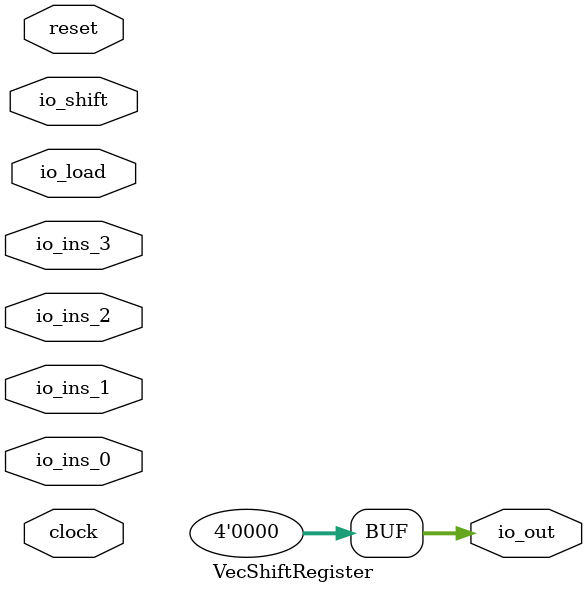
<source format=v>
module VecShiftRegister(
  input        clock,
  input        reset,
  input  [3:0] io_ins_0,
  input  [3:0] io_ins_1,
  input  [3:0] io_ins_2,
  input  [3:0] io_ins_3,
  input        io_load,
  input        io_shift,
  output [3:0] io_out
);
  assign io_out = 4'h0; // @[VecShiftRegister.scala 22:10]
endmodule

</source>
